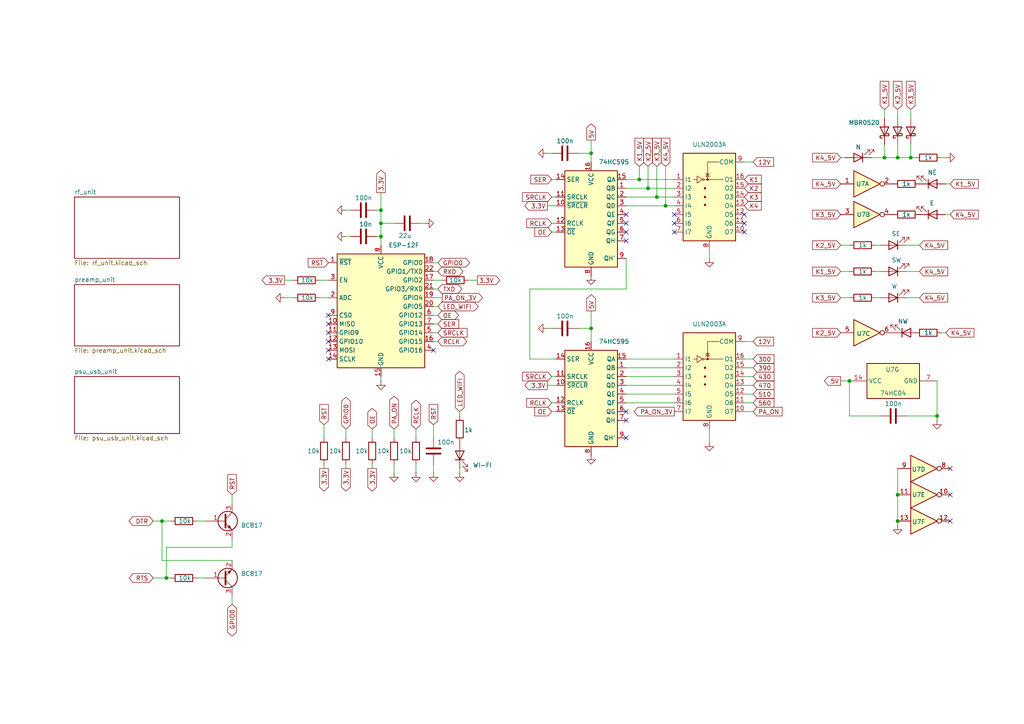
<source format=kicad_sch>
(kicad_sch (version 20231120) (generator "eeschema") (generator_version "8.0")
  (paper "A4")
  (title_block (title "K9AY switching box") (date "2025-02-05"))
  (lib_symbols
    (symbol "74xx:74HC04"
      (property "Reference" "U" (at 0 1.27 0))
      (property "Value" "74HC04" (at 0 -1.27 0))
      (symbol "74HC04_1_0"
        (polyline (pts (xy -3.81 3.81) (xy -3.81 -3.81) (xy 3.81 0) (xy -3.81 3.81)) (stroke (width 0.254)) (fill (type background)))
        (pin input line (at -7.62 0 0) (length 3.81) (name "~") (number "1"))
        (pin output inverted (at 7.62 0 180) (length 3.81) (name "~") (number "2"))
      )
      (symbol "74HC04_2_0"
        (polyline (pts (xy -3.81 3.81) (xy -3.81 -3.81) (xy 3.81 0) (xy -3.81 3.81)) (stroke (width 0.254)) (fill (type background)))
        (pin input line (at -7.62 0 0) (length 3.81) (name "~") (number "3"))
        (pin output inverted (at 7.62 0 180) (length 3.81) (name "~") (number "4"))
      )
      (symbol "74HC04_3_0"
        (polyline (pts (xy -3.81 3.81) (xy -3.81 -3.81) (xy 3.81 0) (xy -3.81 3.81)) (stroke (width 0.254)) (fill (type background)))
        (pin input line (at -7.62 0 0) (length 3.81) (name "~") (number "5"))
        (pin output inverted (at 7.62 0 180) (length 3.81) (name "~") (number "6"))
      )
      (symbol "74HC04_4_0"
        (polyline (pts (xy -3.81 3.81) (xy -3.81 -3.81) (xy 3.81 0) (xy -3.81 3.81)) (stroke (width 0.254)) (fill (type background)))
        (pin output inverted (at 7.62 0 180) (length 3.81) (name "~") (number "8"))
        (pin input line (at -7.62 0 0) (length 3.81) (name "~") (number "9"))
      )
      (symbol "74HC04_5_0"
        (polyline (pts (xy -3.81 3.81) (xy -3.81 -3.81) (xy 3.81 0) (xy -3.81 3.81)) (stroke (width 0.254)) (fill (type background)))
        (pin output inverted (at 7.62 0 180) (length 3.81) (name "~") (number "10"))
        (pin input line (at -7.62 0 0) (length 3.81) (name "~") (number "11"))
      )
      (symbol "74HC04_6_0"
        (polyline (pts (xy -3.81 3.81) (xy -3.81 -3.81) (xy 3.81 0) (xy -3.81 3.81)) (stroke (width 0.254)) (fill (type background)))
        (pin output inverted (at 7.62 0 180) (length 3.81) (name "~") (number "12"))
        (pin input line (at -7.62 0 0) (length 3.81) (name "~") (number "13"))
      )
      (symbol "74HC04_7_0"
        (pin power_in line (at 0 12.7 270) (length 5.08) (name "VCC") (number "14"))
        (pin power_in line (at 0 -12.7 90) (length 5.08) (name "GND") (number "7"))
      )
      (symbol "74HC04_7_1"
        (rectangle (start -5.08 7.62) (end 5.08 -7.62) (stroke (width 0.254)) (fill (type background)))
      )
    )
    (symbol "74xx:74HC595"
      (property "Reference" "U" (at -7.62 13.97 0))
      (property "Value" "74HC595" (at -7.62 -16.51 0))
      (symbol "74HC595_1_0"
        (pin tri_state line (at 10.16 7.62 180) (length 2.54) (name "QB") (number "1"))
        (pin input line (at -10.16 2.54 0) (length 2.54) (name "~{SRCLR}") (number "10"))
        (pin input line (at -10.16 5.08 0) (length 2.54) (name "SRCLK") (number "11"))
        (pin input line (at -10.16 -2.54 0) (length 2.54) (name "RCLK") (number "12"))
        (pin input line (at -10.16 -5.08 0) (length 2.54) (name "~{OE}") (number "13"))
        (pin input line (at -10.16 10.16 0) (length 2.54) (name "SER") (number "14"))
        (pin tri_state line (at 10.16 10.16 180) (length 2.54) (name "QA") (number "15"))
        (pin power_in line (at 0 15.24 270) (length 2.54) (name "VCC") (number "16"))
        (pin tri_state line (at 10.16 5.08 180) (length 2.54) (name "QC") (number "2"))
        (pin tri_state line (at 10.16 2.54 180) (length 2.54) (name "QD") (number "3"))
        (pin tri_state line (at 10.16 0 180) (length 2.54) (name "QE") (number "4"))
        (pin tri_state line (at 10.16 -2.54 180) (length 2.54) (name "QF") (number "5"))
        (pin tri_state line (at 10.16 -5.08 180) (length 2.54) (name "QG") (number "6"))
        (pin tri_state line (at 10.16 -7.62 180) (length 2.54) (name "QH") (number "7"))
        (pin power_in line (at 0 -17.78 90) (length 2.54) (name "GND") (number "8"))
        (pin output line (at 10.16 -12.7 180) (length 2.54) (name "QH'") (number "9"))
      )
      (symbol "74HC595_1_1"
        (rectangle (start -7.62 12.7) (end 7.62 -15.24) (stroke (width 0.254)) (fill (type background)))
      )
    )
    (symbol "Device:C" (pin_numbers hide) (pin_names (offset 0.254))
      (property "Reference" "C" (at 0.635 2.54 0))
      (property "Value" "C" (at 0.635 -2.54 0))
      (symbol "C_0_1"
        (polyline (pts (xy -2.032 -0.762) (xy 2.032 -0.762)) (stroke (width 0.508)))
        (polyline (pts (xy -2.032 0.762) (xy 2.032 0.762)) (stroke (width 0.508)))
      )
      (symbol "C_1_1"
        (pin passive line (at 0 3.81 270) (length 2.794) (name "~") (number "1"))
        (pin passive line (at 0 -3.81 90) (length 2.794) (name "~") (number "2"))
      )
    )
    (symbol "Device:LED" (pin_numbers hide) (pin_names (offset 1.016) hide)
      (property "Reference" "D" (at 0 2.54 0))
      (property "Value" "LED" (at 0 -2.54 0))
      (symbol "LED_0_1"
        (polyline (pts (xy -1.27 -1.27) (xy -1.27 1.27)) (stroke (width 0.254)))
        (polyline (pts (xy -1.27 0) (xy 1.27 0)))
        (polyline (pts (xy 1.27 -1.27) (xy 1.27 1.27) (xy -1.27 0) (xy 1.27 -1.27)) (stroke (width 0.254)))
        (polyline (pts (xy -3.048 -0.762) (xy -4.572 -2.286) (xy -3.81 -2.286) (xy -4.572 -2.286) (xy -4.572 -1.524)))
        (polyline (pts (xy -1.778 -0.762) (xy -3.302 -2.286) (xy -2.54 -2.286) (xy -3.302 -2.286) (xy -3.302 -1.524)))
      )
      (symbol "LED_1_1"
        (pin passive line (at -3.81 0 0) (length 2.54) (name "K") (number "1"))
        (pin passive line (at 3.81 0 180) (length 2.54) (name "A") (number "2"))
      )
    )
    (symbol "Device:R" (pin_numbers hide) (pin_names (offset 0))
      (property "Reference" "R" (at 2.032 0 90))
      (property "Value" "R" (at 0 0 90))
      (symbol "R_0_1"
        (rectangle (start -1.016 -2.54) (end 1.016 2.54) (stroke (width 0.254)))
      )
      (symbol "R_1_1"
        (pin passive line (at 0 3.81 270) (length 1.27) (name "~") (number "1"))
        (pin passive line (at 0 -3.81 90) (length 1.27) (name "~") (number "2"))
      )
    )
    (symbol "Diode:MBR0520" (pin_numbers hide) (pin_names (offset 1.016) hide)
      (property "Reference" "D" (at 0 2.54 0))
      (property "Value" "MBR0520" (at 0 -2.54 0))
      (symbol "MBR0520_0_1"
        (polyline (pts (xy 1.27 0) (xy -1.27 0)))
        (polyline (pts (xy 1.27 1.27) (xy 1.27 -1.27) (xy -1.27 0) (xy 1.27 1.27)) (stroke (width 0.254)))
        (polyline (pts (xy -1.905 0.635) (xy -1.905 1.27) (xy -1.27 1.27) (xy -1.27 -1.27) (xy -0.635 -1.27) (xy -0.635 -0.635)) (stroke (width 0.254)))
      )
      (symbol "MBR0520_1_1"
        (pin passive line (at -3.81 0 0) (length 2.54) (name "K") (number "1"))
        (pin passive line (at 3.81 0 180) (length 2.54) (name "A") (number "2"))
      )
    )
    (symbol "RF_Module:ESP-12F"
      (property "Reference" "U" (at -12.7 19.05 0))
      (property "Value" "ESP-12F" (at 12.7 19.05 0))
      (symbol "ESP-12F_0_1"
        (rectangle (start -12.7 17.78) (end 12.7 -15.24) (stroke (width 0.254)) (fill (type background)))
      )
      (symbol "ESP-12F_1_1"
        (pin input line (at -15.24 15.24 0) (length 2.54) (name "~{RST}") (number "1"))
        (pin bidirectional line (at -15.24 -2.54 0) (length 2.54) (name "MISO") (number "10"))
        (pin bidirectional line (at -15.24 -5.08 0) (length 2.54) (name "GPIO9") (number "11"))
        (pin bidirectional line (at -15.24 -7.62 0) (length 2.54) (name "GPIO10") (number "12"))
        (pin bidirectional line (at -15.24 -10.16 0) (length 2.54) (name "MOSI") (number "13"))
        (pin bidirectional line (at -15.24 -12.7 0) (length 2.54) (name "SCLK") (number "14"))
        (pin power_in line (at 0 -17.78 90) (length 2.54) (name "GND") (number "15"))
        (pin bidirectional line (at 15.24 -7.62 180) (length 2.54) (name "GPIO15") (number "16"))
        (pin bidirectional line (at 15.24 10.16 180) (length 2.54) (name "GPIO2") (number "17"))
        (pin bidirectional line (at 15.24 15.24 180) (length 2.54) (name "GPIO0") (number "18"))
        (pin bidirectional line (at 15.24 5.08 180) (length 2.54) (name "GPIO4") (number "19"))
        (pin input line (at -15.24 5.08 0) (length 2.54) (name "ADC") (number "2"))
        (pin bidirectional line (at 15.24 2.54 180) (length 2.54) (name "GPIO5") (number "20"))
        (pin bidirectional line (at 15.24 7.62 180) (length 2.54) (name "GPIO3/RXD") (number "21"))
        (pin bidirectional line (at 15.24 12.7 180) (length 2.54) (name "GPIO1/TXD") (number "22"))
        (pin input line (at -15.24 10.16 0) (length 2.54) (name "EN") (number "3"))
        (pin bidirectional line (at 15.24 -10.16 180) (length 2.54) (name "GPIO16") (number "4"))
        (pin bidirectional line (at 15.24 -5.08 180) (length 2.54) (name "GPIO14") (number "5"))
        (pin bidirectional line (at 15.24 0 180) (length 2.54) (name "GPIO12") (number "6"))
        (pin bidirectional line (at 15.24 -2.54 180) (length 2.54) (name "GPIO13") (number "7"))
        (pin power_in line (at 0 20.32 270) (length 2.54) (name "VCC") (number "8"))
        (pin input line (at -15.24 0 0) (length 2.54) (name "CS0") (number "9"))
      )
    )
    (symbol "Transistor_Array:ULN2003A"
      (property "Reference" "U" (at 0 15.875 0))
      (property "Value" "ULN2003A" (at 0 13.97 0))
      (symbol "ULN2003A_0_1"
        (rectangle (start -7.62 -12.7) (end 7.62 12.7) (stroke (width 0.254)) (fill (type background)))
        (circle (center -1.778 5.08) (radius 0.254))
        (circle (center -1.27 -2.286) (radius 0.254) (fill (type outline)))
        (circle (center -1.27 0) (radius 0.254) (fill (type outline)))
        (circle (center -1.27 2.54) (radius 0.254) (fill (type outline)))
        (circle (center -0.508 5.08) (radius 0.254) (fill (type outline)))
        (polyline (pts (xy -4.572 5.08) (xy -3.556 5.08)))
        (polyline (pts (xy -1.524 5.08) (xy 4.064 5.08)))
        (polyline (pts (xy 0 6.731) (xy -1.016 6.731)))
        (polyline (pts (xy -0.508 5.08) (xy -0.508 10.16) (xy 2.921 10.16)))
        (polyline (pts (xy -3.556 6.096) (xy -3.556 4.064) (xy -2.032 5.08) (xy -3.556 6.096)))
        (polyline (pts (xy 0 5.969) (xy -1.016 5.969) (xy -0.508 6.731) (xy 0 5.969)))
      )
      (symbol "ULN2003A_1_1"
        (pin input line (at -10.16 5.08 0) (length 2.54) (name "I1") (number "1"))
        (pin open_collector line (at 10.16 -10.16 180) (length 2.54) (name "O7") (number "10"))
        (pin open_collector line (at 10.16 -7.62 180) (length 2.54) (name "O6") (number "11"))
        (pin open_collector line (at 10.16 -5.08 180) (length 2.54) (name "O5") (number "12"))
        (pin open_collector line (at 10.16 -2.54 180) (length 2.54) (name "O4") (number "13"))
        (pin open_collector line (at 10.16 0 180) (length 2.54) (name "O3") (number "14"))
        (pin open_collector line (at 10.16 2.54 180) (length 2.54) (name "O2") (number "15"))
        (pin open_collector line (at 10.16 5.08 180) (length 2.54) (name "O1") (number "16"))
        (pin input line (at -10.16 2.54 0) (length 2.54) (name "I2") (number "2"))
        (pin input line (at -10.16 0 0) (length 2.54) (name "I3") (number "3"))
        (pin input line (at -10.16 -2.54 0) (length 2.54) (name "I4") (number "4"))
        (pin input line (at -10.16 -5.08 0) (length 2.54) (name "I5") (number "5"))
        (pin input line (at -10.16 -7.62 0) (length 2.54) (name "I6") (number "6"))
        (pin input line (at -10.16 -10.16 0) (length 2.54) (name "I7") (number "7"))
        (pin power_in line (at 0 -15.24 90) (length 2.54) (name "GND") (number "8"))
        (pin passive line (at 10.16 10.16 180) (length 2.54) (name "COM") (number "9"))
      )
    )
    (symbol "Transistor_BJT:BC817" (pin_names (offset 0) hide)
      (property "Reference" "Q" (at 5.08 1.905 0))
      (property "Value" "BC817" (at 5.08 0 0))
      (symbol "BC817_0_1"
        (polyline (pts (xy 0.635 0.635) (xy 2.54 2.54)))
        (polyline (pts (xy 0.635 -0.635) (xy 2.54 -2.54) (xy 2.54 -2.54)))
        (polyline (pts (xy 0.635 1.905) (xy 0.635 -1.905) (xy 0.635 -1.905)) (stroke (width 0.508)))
        (polyline (pts (xy 1.27 -1.778) (xy 1.778 -1.27) (xy 2.286 -2.286) (xy 1.27 -1.778) (xy 1.27 -1.778)) (fill (type outline)))
        (circle (center 1.27 0) (radius 2.8194) (stroke (width 0.254)))
      )
      (symbol "BC817_1_1"
        (pin input line (at -5.08 0 0) (length 5.715) (name "B") (number "1"))
        (pin passive line (at 2.54 -5.08 90) (length 2.54) (name "E") (number "2"))
        (pin passive line (at 2.54 5.08 270) (length 2.54) (name "C") (number "3"))
      )
    )
    (symbol "power:GND" (power) (pin_numbers hide) (pin_names (offset 0) hide)
      (property "Value" "GND" (at 0 -3.81 0))
      (symbol "GND_0_1"
        (polyline (pts (xy 0 0) (xy 0 -1.27) (xy 1.27 -1.27) (xy 0 -2.54) (xy -1.27 -1.27) (xy 0 -1.27)))
      )
      (symbol "GND_1_1"
        (pin power_in line (at 0 0 270) (length 0) (name "~") (number "1"))
      )
    )
  )
  (junction (at 185.42 52.07))
  (junction (at 260.35 151.13))
  (junction (at 46.99 151.13))
  (junction (at 190.5 57.15))
  (junction (at 187.96 54.61))
  (junction (at 271.78 120.65))
  (junction (at 110.49 60.96))
  (junction (at 110.49 68.58))
  (junction (at 193.04 59.69))
  (junction (at 260.35 143.51))
  (junction (at 246.38 110.49))
  (junction (at 48.26 167.64))
  (junction (at 264.16 45.72))
  (junction (at 110.49 64.77))
  (junction (at 256.54 45.72))
  (junction (at 260.35 45.72))
  (junction (at 171.45 44.45))
  (junction (at 171.45 95.25))
  (no_connect (at 95.25 101.6))
  (no_connect (at 195.58 64.77))
  (no_connect (at 215.9 67.31))
  (no_connect (at 95.25 93.98))
  (no_connect (at 195.58 62.23))
  (no_connect (at 181.61 62.23))
  (no_connect (at 95.25 96.52))
  (no_connect (at 181.61 64.77))
  (no_connect (at 195.58 67.31))
  (no_connect (at 275.59 143.51))
  (no_connect (at 181.61 69.85))
  (no_connect (at 275.59 151.13))
  (no_connect (at 215.9 62.23))
  (no_connect (at 181.61 121.92))
  (no_connect (at 95.25 91.44))
  (no_connect (at 215.9 64.77))
  (no_connect (at 275.59 135.89))
  (no_connect (at 95.25 104.14))
  (no_connect (at 181.61 67.31))
  (no_connect (at 95.25 99.06))
  (no_connect (at 181.61 119.38))
  (no_connect (at 125.73 101.6))
  (no_connect (at 181.61 127))
  (wire (pts (xy 273.05 96.52) (xy 274.32 96.52)))
  (wire (pts (xy 125.73 86.36) (xy 128.27 86.36)))
  (wire (pts (xy 110.49 60.96) (xy 110.49 64.77)))
  (wire (pts (xy 181.61 106.68) (xy 195.58 106.68)))
  (wire (pts (xy 181.61 116.84) (xy 195.58 116.84)))
  (wire (pts (xy 243.84 78.74) (xy 246.38 78.74)))
  (wire (pts (xy 153.67 104.14) (xy 153.67 83.82)))
  (wire (pts (xy 260.35 152.4) (xy 260.35 151.13)))
  (wire (pts (xy 67.31 158.75) (xy 67.31 156.21)))
  (wire (pts (xy 215.9 46.99) (xy 218.44 46.99)))
  (wire (pts (xy 243.84 45.72) (xy 245.11 45.72)))
  (wire (pts (xy 160.02 119.38) (xy 161.29 119.38)))
  (wire (pts (xy 190.5 48.26) (xy 190.5 57.15)))
  (wire (pts (xy 44.45 167.64) (xy 48.26 167.64)))
  (wire (pts (xy 254 86.36) (xy 255.27 86.36)))
  (wire (pts (xy 181.61 109.22) (xy 195.58 109.22)))
  (wire (pts (xy 125.73 96.52) (xy 127 96.52)))
  (wire (pts (xy 181.61 111.76) (xy 195.58 111.76)))
  (wire (pts (xy 215.9 116.84) (xy 218.44 116.84)))
  (wire (pts (xy 153.67 83.82) (xy 181.61 83.82)))
  (wire (pts (xy 100.33 124.46) (xy 100.33 127)))
  (wire (pts (xy 274.32 53.34) (xy 275.59 53.34)))
  (wire (pts (xy 256.54 31.75) (xy 256.54 34.29)))
  (wire (pts (xy 67.31 162.56) (xy 46.99 162.56)))
  (wire (pts (xy 133.35 135.89) (xy 133.35 137.16)))
  (wire (pts (xy 160.02 116.84) (xy 161.29 116.84)))
  (wire (pts (xy 93.98 134.62) (xy 93.98 135.89)))
  (wire (pts (xy 260.35 31.75) (xy 260.35 34.29)))
  (wire (pts (xy 160.02 67.31) (xy 161.29 67.31)))
  (wire (pts (xy 260.35 45.72) (xy 256.54 45.72)))
  (wire (pts (xy 48.26 167.64) (xy 49.53 167.64)))
  (wire (pts (xy 125.73 78.74) (xy 127 78.74)))
  (wire (pts (xy 274.32 62.23) (xy 275.59 62.23)))
  (wire (pts (xy 125.73 134.62) (xy 125.73 137.16)))
  (wire (pts (xy 125.73 88.9) (xy 127 88.9)))
  (wire (pts (xy 264.16 45.72) (xy 265.43 45.72)))
  (wire (pts (xy 190.5 57.15) (xy 195.58 57.15)))
  (wire (pts (xy 125.73 81.28) (xy 128.27 81.28)))
  (wire (pts (xy 46.99 151.13) (xy 49.53 151.13)))
  (wire (pts (xy 260.35 143.51) (xy 260.35 151.13)))
  (wire (pts (xy 109.22 60.96) (xy 110.49 60.96)))
  (wire (pts (xy 125.73 123.19) (xy 125.73 127)))
  (wire (pts (xy 125.73 91.44) (xy 127 91.44)))
  (wire (pts (xy 171.45 40.64) (xy 171.45 44.45)))
  (wire (pts (xy 107.95 134.62) (xy 107.95 135.89)))
  (wire (pts (xy 44.45 151.13) (xy 46.99 151.13)))
  (wire (pts (xy 243.84 86.36) (xy 246.38 86.36)))
  (wire (pts (xy 125.73 83.82) (xy 127 83.82)))
  (wire (pts (xy 127 99.06) (xy 125.73 99.06)))
  (wire (pts (xy 158.75 59.69) (xy 161.29 59.69)))
  (wire (pts (xy 181.61 104.14) (xy 195.58 104.14)))
  (wire (pts (xy 264.16 41.91) (xy 264.16 45.72)))
  (wire (pts (xy 181.61 59.69) (xy 193.04 59.69)))
  (wire (pts (xy 262.89 71.12) (xy 266.7 71.12)))
  (wire (pts (xy 271.78 110.49) (xy 271.78 120.65)))
  (wire (pts (xy 181.61 83.82) (xy 181.61 74.93)))
  (wire (pts (xy 193.04 59.69) (xy 195.58 59.69)))
  (wire (pts (xy 256.54 45.72) (xy 256.54 41.91)))
  (wire (pts (xy 67.31 143.51) (xy 67.31 146.05)))
  (wire (pts (xy 215.9 119.38) (xy 218.44 119.38)))
  (wire (pts (xy 110.49 109.22) (xy 110.49 110.49)))
  (wire (pts (xy 171.45 95.25) (xy 171.45 99.06)))
  (wire (pts (xy 100.33 60.96) (xy 101.6 60.96)))
  (wire (pts (xy 181.61 52.07) (xy 185.42 52.07)))
  (wire (pts (xy 160.02 57.15) (xy 161.29 57.15)))
  (wire (pts (xy 187.96 48.26) (xy 187.96 54.61)))
  (wire (pts (xy 167.64 44.45) (xy 171.45 44.45)))
  (wire (pts (xy 205.74 72.39) (xy 205.74 74.93)))
  (wire (pts (xy 160.02 109.22) (xy 161.29 109.22)))
  (wire (pts (xy 215.9 111.76) (xy 218.44 111.76)))
  (wire (pts (xy 271.78 120.65) (xy 271.78 121.92)))
  (wire (pts (xy 48.26 158.75) (xy 48.26 167.64)))
  (wire (pts (xy 109.22 68.58) (xy 110.49 68.58)))
  (wire (pts (xy 110.49 64.77) (xy 110.49 68.58)))
  (wire (pts (xy 171.45 44.45) (xy 171.45 46.99)))
  (wire (pts (xy 158.75 44.45) (xy 160.02 44.45)))
  (wire (pts (xy 246.38 120.65) (xy 255.27 120.65)))
  (wire (pts (xy 110.49 55.88) (xy 110.49 60.96)))
  (wire (pts (xy 215.9 99.06) (xy 218.44 99.06)))
  (wire (pts (xy 243.84 71.12) (xy 246.38 71.12)))
  (wire (pts (xy 264.16 45.72) (xy 260.35 45.72)))
  (wire (pts (xy 100.33 68.58) (xy 101.6 68.58)))
  (wire (pts (xy 160.02 64.77) (xy 161.29 64.77)))
  (wire (pts (xy 161.29 104.14) (xy 153.67 104.14)))
  (wire (pts (xy 167.64 95.25) (xy 171.45 95.25)))
  (wire (pts (xy 114.3 134.62) (xy 114.3 137.16)))
  (wire (pts (xy 243.84 110.49) (xy 246.38 110.49)))
  (wire (pts (xy 254 71.12) (xy 255.27 71.12)))
  (wire (pts (xy 114.3 124.46) (xy 114.3 127)))
  (wire (pts (xy 110.49 68.58) (xy 110.49 71.12)))
  (wire (pts (xy 252.73 45.72) (xy 256.54 45.72)))
  (wire (pts (xy 215.9 114.3) (xy 218.44 114.3)))
  (wire (pts (xy 260.35 135.89) (xy 260.35 143.51)))
  (wire (pts (xy 262.89 78.74) (xy 266.7 78.74)))
  (wire (pts (xy 92.71 81.28) (xy 95.25 81.28)))
  (wire (pts (xy 181.61 57.15) (xy 190.5 57.15)))
  (wire (pts (xy 205.74 124.46) (xy 205.74 128.27)))
  (wire (pts (xy 193.04 48.26) (xy 193.04 59.69)))
  (wire (pts (xy 133.35 119.38) (xy 133.35 120.65)))
  (wire (pts (xy 120.65 124.46) (xy 120.65 127)))
  (wire (pts (xy 262.89 86.36) (xy 266.7 86.36)))
  (wire (pts (xy 57.15 167.64) (xy 59.69 167.64)))
  (wire (pts (xy 100.33 134.62) (xy 100.33 135.89)))
  (wire (pts (xy 93.98 123.19) (xy 93.98 127)))
  (wire (pts (xy 215.9 104.14) (xy 218.44 104.14)))
  (wire (pts (xy 158.75 95.25) (xy 160.02 95.25)))
  (wire (pts (xy 120.65 134.62) (xy 120.65 137.16)))
  (wire (pts (xy 271.78 120.65) (xy 262.89 120.65)))
  (wire (pts (xy 160.02 52.07) (xy 161.29 52.07)))
  (wire (pts (xy 82.55 81.28) (xy 85.09 81.28)))
  (wire (pts (xy 123.19 64.77) (xy 121.92 64.77)))
  (wire (pts (xy 171.45 90.17) (xy 171.45 95.25)))
  (wire (pts (xy 181.61 114.3) (xy 195.58 114.3)))
  (wire (pts (xy 215.9 106.68) (xy 218.44 106.68)))
  (wire (pts (xy 135.89 81.28) (xy 138.43 81.28)))
  (wire (pts (xy 125.73 93.98) (xy 127 93.98)))
  (wire (pts (xy 185.42 48.26) (xy 185.42 52.07)))
  (wire (pts (xy 266.7 96.52) (xy 265.43 96.52)))
  (wire (pts (xy 46.99 162.56) (xy 46.99 151.13)))
  (wire (pts (xy 185.42 52.07) (xy 195.58 52.07)))
  (wire (pts (xy 254 78.74) (xy 255.27 78.74)))
  (wire (pts (xy 273.05 45.72) (xy 274.32 45.72)))
  (wire (pts (xy 158.75 111.76) (xy 161.29 111.76)))
  (wire (pts (xy 127 76.2) (xy 125.73 76.2)))
  (wire (pts (xy 57.15 151.13) (xy 59.69 151.13)))
  (wire (pts (xy 187.96 54.61) (xy 195.58 54.61)))
  (wire (pts (xy 92.71 86.36) (xy 95.25 86.36)))
  (wire (pts (xy 82.55 86.36) (xy 85.09 86.36)))
  (wire (pts (xy 215.9 109.22) (xy 218.44 109.22)))
  (wire (pts (xy 67.31 172.72) (xy 67.31 175.26)))
  (wire (pts (xy 107.95 124.46) (xy 107.95 127)))
  (wire (pts (xy 260.35 41.91) (xy 260.35 45.72)))
  (wire (pts (xy 181.61 54.61) (xy 187.96 54.61)))
  (wire (pts (xy 264.16 31.75) (xy 264.16 34.29)))
  (wire (pts (xy 67.31 158.75) (xy 48.26 158.75)))
  (wire (pts (xy 110.49 64.77) (xy 114.3 64.77)))
  (wire (pts (xy 246.38 110.49) (xy 246.38 120.65)))
  (global_label "OE" (shape bidirectional) (at 107.95 124.46 90) (property "Intersheetrefs" "${INTERSHEET_REFS}" (effects (hide yes))))
  (global_label "5V" (shape output) (at 171.45 90.17 90) (property "Intersheetrefs" "${INTERSHEET_REFS}" (effects (hide yes))))
  (global_label "RST" (shape input) (at 125.73 123.19 90) (property "Intersheetrefs" "${INTERSHEET_REFS}" (effects (hide yes))))
  (global_label "RTS" (shape bidirectional) (at 44.45 167.64 180) (property "Intersheetrefs" "${INTERSHEET_REFS}" (effects (hide yes))))
  (global_label "560" (shape input) (at 218.44 116.84 0) (property "Intersheetrefs" "${INTERSHEET_REFS}" (effects (hide yes))))
  (global_label "390" (shape input) (at 218.44 106.68 0) (property "Intersheetrefs" "${INTERSHEET_REFS}" (effects (hide yes))))
  (global_label "SRCLK" (shape input) (at 160.02 109.22 180) (property "Intersheetrefs" "${INTERSHEET_REFS}" (effects (hide yes))))
  (global_label "K3_5V" (shape input) (at 243.84 86.36 180) (property "Intersheetrefs" "${INTERSHEET_REFS}" (effects (hide yes))))
  (global_label "K4_5V" (shape input) (at 266.7 86.36 0) (property "Intersheetrefs" "${INTERSHEET_REFS}" (effects (hide yes))))
  (global_label "LED_WIFI" (shape bidirectional) (at 127 88.9 0) (property "Intersheetrefs" "${INTERSHEET_REFS}" (effects (hide yes))))
  (global_label "K2_5V" (shape input) (at 187.96 48.26 90) (property "Intersheetrefs" "${INTERSHEET_REFS}" (effects (hide yes))))
  (global_label "RCLK" (shape bidirectional) (at 127 99.06 0) (property "Intersheetrefs" "${INTERSHEET_REFS}" (effects (hide yes))))
  (global_label "GPIO0" (shape bidirectional) (at 67.31 175.26 270) (property "Intersheetrefs" "${INTERSHEET_REFS}" (effects (hide yes))))
  (global_label "K4_5V" (shape input) (at 193.04 48.26 90) (property "Intersheetrefs" "${INTERSHEET_REFS}" (effects (hide yes))))
  (global_label "K1" (shape input) (at 215.9 52.07 0) (property "Intersheetrefs" "${INTERSHEET_REFS}" (effects (hide yes))))
  (global_label "PA_ON_3V" (shape output) (at 195.58 119.38 180) (property "Intersheetrefs" "${INTERSHEET_REFS}" (effects (hide yes))))
  (global_label "GPIO0" (shape bidirectional) (at 127 76.2 0) (property "Intersheetrefs" "${INTERSHEET_REFS}" (effects (hide yes))))
  (global_label "GPIO0" (shape bidirectional) (at 100.33 124.46 90) (property "Intersheetrefs" "${INTERSHEET_REFS}" (effects (hide yes))))
  (global_label "SER" (shape input) (at 160.02 52.07 180) (property "Intersheetrefs" "${INTERSHEET_REFS}" (effects (hide yes))))
  (global_label "PA_ON" (shape input) (at 218.44 119.38 0) (property "Intersheetrefs" "${INTERSHEET_REFS}" (effects (hide yes))))
  (global_label "K3_5V" (shape input) (at 243.84 62.23 180) (property "Intersheetrefs" "${INTERSHEET_REFS}" (effects (hide yes))))
  (global_label "3.3V" (shape output) (at 138.43 81.28 0) (property "Intersheetrefs" "${INTERSHEET_REFS}" (effects (hide yes))))
  (global_label "12V" (shape input) (at 218.44 99.06 0) (property "Intersheetrefs" "${INTERSHEET_REFS}" (effects (hide yes))))
  (global_label "K4_5V" (shape input) (at 274.32 96.52 0) (property "Intersheetrefs" "${INTERSHEET_REFS}" (effects (hide yes))))
  (global_label "12V" (shape input) (at 218.44 46.99 0) (property "Intersheetrefs" "${INTERSHEET_REFS}" (effects (hide yes))))
  (global_label "OE" (shape input) (at 160.02 67.31 180) (property "Intersheetrefs" "${INTERSHEET_REFS}" (effects (hide yes))))
  (global_label "K1_5V" (shape input) (at 243.84 78.74 180) (property "Intersheetrefs" "${INTERSHEET_REFS}" (effects (hide yes))))
  (global_label "PA_ON_3V" (shape output) (at 128.27 86.36 0) (property "Intersheetrefs" "${INTERSHEET_REFS}" (effects (hide yes))))
  (global_label "K1_5V" (shape input) (at 256.54 31.75 90) (property "Intersheetrefs" "${INTERSHEET_REFS}" (effects (hide yes))))
  (global_label "510" (shape input) (at 218.44 114.3 0) (property "Intersheetrefs" "${INTERSHEET_REFS}" (effects (hide yes))))
  (global_label "K3_5V" (shape input) (at 190.5 48.26 90) (property "Intersheetrefs" "${INTERSHEET_REFS}" (effects (hide yes))))
  (global_label "3.3V" (shape output) (at 110.49 55.88 90) (property "Intersheetrefs" "${INTERSHEET_REFS}" (effects (hide yes))))
  (global_label "3.3V" (shape output) (at 82.55 81.28 180) (property "Intersheetrefs" "${INTERSHEET_REFS}" (effects (hide yes))))
  (global_label "5V" (shape output) (at 243.84 110.49 180) (property "Intersheetrefs" "${INTERSHEET_REFS}" (effects (hide yes))))
  (global_label "K1_5V" (shape input) (at 275.59 53.34 0) (property "Intersheetrefs" "${INTERSHEET_REFS}" (effects (hide yes))))
  (global_label "RST" (shape input) (at 67.31 143.51 90) (property "Intersheetrefs" "${INTERSHEET_REFS}" (effects (hide yes))))
  (global_label "K4_5V" (shape input) (at 266.7 78.74 0) (property "Intersheetrefs" "${INTERSHEET_REFS}" (effects (hide yes))))
  (global_label "470" (shape input) (at 218.44 111.76 0) (property "Intersheetrefs" "${INTERSHEET_REFS}" (effects (hide yes))))
  (global_label "K3_5V" (shape input) (at 264.16 31.75 90) (property "Intersheetrefs" "${INTERSHEET_REFS}" (effects (hide yes))))
  (global_label "K4_5V" (shape input) (at 243.84 53.34 180) (property "Intersheetrefs" "${INTERSHEET_REFS}" (effects (hide yes))))
  (global_label "3.3V" (shape output) (at 100.33 135.89 270) (property "Intersheetrefs" "${INTERSHEET_REFS}" (effects (hide yes))))
  (global_label "K4_5V" (shape input) (at 266.7 71.12 0) (property "Intersheetrefs" "${INTERSHEET_REFS}" (effects (hide yes))))
  (global_label "K2_5V" (shape input) (at 260.35 31.75 90) (property "Intersheetrefs" "${INTERSHEET_REFS}" (effects (hide yes))))
  (global_label "SRCLK" (shape input) (at 127 96.52 0) (property "Intersheetrefs" "${INTERSHEET_REFS}" (effects (hide yes))))
  (global_label "DTR" (shape bidirectional) (at 44.45 151.13 180) (property "Intersheetrefs" "${INTERSHEET_REFS}" (effects (hide yes))))
  (global_label "OE" (shape bidirectional) (at 127 91.44 0) (property "Intersheetrefs" "${INTERSHEET_REFS}" (effects (hide yes))))
  (global_label "PA_ON" (shape bidirectional) (at 114.3 124.46 90) (property "Intersheetrefs" "${INTERSHEET_REFS}" (effects (hide yes))))
  (global_label "K3" (shape input) (at 215.9 57.15 0) (property "Intersheetrefs" "${INTERSHEET_REFS}" (effects (hide yes))))
  (global_label "3.3V" (shape output) (at 93.98 135.89 270) (property "Intersheetrefs" "${INTERSHEET_REFS}" (effects (hide yes))))
  (global_label "K4_5V" (shape input) (at 275.59 62.23 0) (property "Intersheetrefs" "${INTERSHEET_REFS}" (effects (hide yes))))
  (global_label "K1_5V" (shape input) (at 185.42 48.26 90) (property "Intersheetrefs" "${INTERSHEET_REFS}" (effects (hide yes))))
  (global_label "430" (shape input) (at 218.44 109.22 0) (property "Intersheetrefs" "${INTERSHEET_REFS}" (effects (hide yes))))
  (global_label "K2_5V" (shape input) (at 243.84 71.12 180) (property "Intersheetrefs" "${INTERSHEET_REFS}" (effects (hide yes))))
  (global_label "SRCLK" (shape input) (at 160.02 57.15 180) (property "Intersheetrefs" "${INTERSHEET_REFS}" (effects (hide yes))))
  (global_label "K4" (shape input) (at 215.9 59.69 0) (property "Intersheetrefs" "${INTERSHEET_REFS}" (effects (hide yes))))
  (global_label "SER" (shape input) (at 127 93.98 0) (property "Intersheetrefs" "${INTERSHEET_REFS}" (effects (hide yes))))
  (global_label "3.3V" (shape output) (at 158.75 111.76 180) (property "Intersheetrefs" "${INTERSHEET_REFS}" (effects (hide yes))))
  (global_label "LED_WIFI" (shape bidirectional) (at 133.35 119.38 90) (property "Intersheetrefs" "${INTERSHEET_REFS}" (effects (hide yes))))
  (global_label "RXD" (shape bidirectional) (at 127 78.74 0) (property "Intersheetrefs" "${INTERSHEET_REFS}" (effects (hide yes))))
  (global_label "RCLK" (shape input) (at 160.02 64.77 180) (property "Intersheetrefs" "${INTERSHEET_REFS}" (effects (hide yes))))
  (global_label "K2" (shape input) (at 215.9 54.61 0) (property "Intersheetrefs" "${INTERSHEET_REFS}" (effects (hide yes))))
  (global_label "3.3V" (shape output) (at 158.75 59.69 180) (property "Intersheetrefs" "${INTERSHEET_REFS}" (effects (hide yes))))
  (global_label "3.3V" (shape output) (at 107.95 135.89 270) (property "Intersheetrefs" "${INTERSHEET_REFS}" (effects (hide yes))))
  (global_label "5V" (shape output) (at 171.45 40.64 90) (property "Intersheetrefs" "${INTERSHEET_REFS}" (effects (hide yes))))
  (global_label "TXD" (shape bidirectional) (at 127 83.82 0) (property "Intersheetrefs" "${INTERSHEET_REFS}" (effects (hide yes))))
  (global_label "RST" (shape input) (at 95.25 76.2 180) (property "Intersheetrefs" "${INTERSHEET_REFS}" (effects (hide yes))))
  (global_label "RCLK" (shape bidirectional) (at 120.65 124.46 90) (property "Intersheetrefs" "${INTERSHEET_REFS}" (effects (hide yes))))
  (global_label "300" (shape input) (at 218.44 104.14 0) (property "Intersheetrefs" "${INTERSHEET_REFS}" (effects (hide yes))))
  (global_label "OE" (shape input) (at 160.02 119.38 180) (property "Intersheetrefs" "${INTERSHEET_REFS}" (effects (hide yes))))
  (global_label "K2_5V" (shape input) (at 243.84 96.52 180) (property "Intersheetrefs" "${INTERSHEET_REFS}" (effects (hide yes))))
  (global_label "K4_5V" (shape input) (at 243.84 45.72 180) (property "Intersheetrefs" "${INTERSHEET_REFS}" (effects (hide yes))))
  (global_label "RCLK" (shape input) (at 160.02 116.84 180) (property "Intersheetrefs" "${INTERSHEET_REFS}" (effects (hide yes))))
  (global_label "RST" (shape input) (at 93.98 123.19 90) (property "Intersheetrefs" "${INTERSHEET_REFS}" (effects (hide yes))))
  (symbol (lib_id "power:GND") (at 100.33 60.96 270) (unit 1)
    (property "Reference" "#PWR019" (effects (hide yes)))
    (property "Value" "GND" (effects (hide yes)))
    (property "Description" "Power symbol creates a global label with name \"GND\" , ground" (effects (hide yes)))
  )
  (symbol (lib_id "power:GND") (at 110.49 110.49 0) (unit 1)
    (property "Reference" "#PWR01" (effects (hide yes)))
    (property "Value" "GND" (effects (hide yes)))
    (property "Description" "Power symbol creates a global label with name \"GND\" , ground" (effects (hide yes)))
  )
  (symbol (lib_id "Device:C") (at 118.11 64.77 270) (unit 1)
    (property "Reference" "C15" (effects (hide yes)))
    (property "Value" "22u" (at 115.57 68.326 90) (effects (justify left)))
    (property "Footprint" "Capacitor_SMD:C_1206_3216Metric" (effects (hide yes)))
    (property "Description" "Unpolarized capacitor" (effects (hide yes)))
  )
  (symbol (lib_id "Device:LED") (at 262.89 96.52 0) (mirror x) (unit 1)
    (property "Reference" "D14" (effects (hide yes)))
    (property "Value" "NW" (at 263.398 93.218 0) (effects (justify right)))
    (property "Footprint" "LED_SMD:LED_1206_3216Metric" (effects (hide yes)))
    (property "Description" "Light emitting diode" (effects (hide yes)))
  )
  (symbol (lib_id "Device:R") (at 250.19 78.74 270) (unit 1)
    (property "Reference" "R26" (effects (hide yes)))
    (property "Value" "1k" (at 250.19 78.74 90))
    (property "Footprint" "Resistor_SMD:R_1206_3216Metric" (effects (hide yes)))
    (property "Description" "Resistor" (effects (hide yes)))
  )
  (symbol (lib_id "Transistor_BJT:BC817") (at 64.77 151.13 0) (unit 1)
    (property "Reference" "Q2" (effects (hide yes)))
    (property "Value" "BC817" (at 69.85 152.3999 0) (effects (justify left)))
    (property "Footprint" "Package_TO_SOT_SMD:SOT-23" (effects (hide yes)))
    (property "Datasheet" "https://www.onsemi.com/pub/Collateral/BC818-D.pdf" (effects (hide yes)))
    (property "Description" "0.8A Ic, 45V Vce, NPN Transistor, SOT-23" (effects (hide yes)))
  )
  (symbol (lib_id "power:GND") (at 123.19 64.77 90) (unit 1)
    (property "Reference" "#PWR020" (effects (hide yes)))
    (property "Value" "GND" (effects (hide yes)))
    (property "Description" "Power symbol creates a global label with name \"GND\" , ground" (effects (hide yes)))
  )
  (symbol (lib_id "power:GND") (at 100.33 68.58 270) (unit 1)
    (property "Reference" "#PWR018" (effects (hide yes)))
    (property "Value" "GND" (effects (hide yes)))
    (property "Description" "Power symbol creates a global label with name \"GND\" , ground" (effects (hide yes)))
  )
  (symbol (lib_id "Diode:MBR0520") (at 260.35 38.1 90) (unit 1)
    (property "Reference" "D7" (effects (hide yes)))
    (property "Value" "MBR0520" (effects (hide yes)))
    (property "Footprint" "Diode_SMD:D_SOD-123" (effects (hide yes)))
    (property "Datasheet" "http://www.mccsemi.com/up_pdf/MBR0520~MBR0580(SOD123).pdf" (effects (hide yes)))
    (property "Description" "20V 0.5A Schottky Power Rectifier Diode, SOD-123" (effects (hide yes)))
  )
  (symbol (lib_id "RF_Module:ESP-12F") (at 110.49 91.44 0) (unit 1)
    (property "Reference" "U1" (effects (hide yes)))
    (property "Value" "ESP-12F" (at 112.6841 71.12 0) (effects (justify left)))
    (property "Footprint" "RF_Module:ESP-12E" (effects (hide yes)))
    (property "Datasheet" "http://wiki.ai-thinker.com/_media/esp8266/esp8266_series_modules_user_manual_v1.1.pdf" (effects (hide yes)))
    (property "Description" "802.11 b/g/n Wi-Fi Module" (effects (hide yes)))
  )
  (symbol (lib_id "Device:R") (at 107.95 130.81 0) (unit 1)
    (property "Reference" "R20" (effects (hide yes)))
    (property "Value" "10k" (at 104.902 130.81 0))
    (property "Footprint" "Resistor_SMD:R_1206_3216Metric" (effects (hide yes)))
    (property "Description" "Resistor" (effects (hide yes)))
  )
  (symbol (lib_id "Device:R") (at 93.98 130.81 0) (unit 1)
    (property "Reference" "R14" (effects (hide yes)))
    (property "Value" "10k" (at 90.932 130.81 0))
    (property "Footprint" "Resistor_SMD:R_1206_3216Metric" (effects (hide yes)))
    (property "Description" "Resistor" (effects (hide yes)))
  )
  (symbol (lib_id "74xx:74HC04") (at 251.46 96.52 0) (unit 3)
    (property "Reference" "U7" (at 250.444 96.774 0))
    (property "Value" "74HC04" (effects (hide yes)))
    (property "Footprint" "Package_SO:SOIC-14_3.9x8.7mm_P1.27mm" (effects (hide yes)))
    (property "Datasheet" "https://assets.nexperia.com/documents/data-sheet/74HC_HCT04.pdf" (effects (hide yes)))
    (property "Description" "Hex Inverter" (effects (hide yes)))
  )
  (symbol (lib_id "power:GND") (at 171.45 80.01 0) (unit 1)
    (property "Reference" "#PWR027" (effects (hide yes)))
    (property "Value" "GND" (effects (hide yes)))
    (property "Description" "Power symbol creates a global label with name \"GND\" , ground" (effects (hide yes)))
  )
  (symbol (lib_id "power:GND") (at 82.55 86.36 270) (unit 1)
    (property "Reference" "#PWR021" (effects (hide yes)))
    (property "Value" "GND" (effects (hide yes)))
    (property "Description" "Power symbol creates a global label with name \"GND\" , ground" (effects (hide yes)))
  )
  (symbol (lib_id "Device:R") (at 250.19 86.36 270) (unit 1)
    (property "Reference" "R27" (effects (hide yes)))
    (property "Value" "1k" (at 250.19 86.36 90))
    (property "Footprint" "Resistor_SMD:R_1206_3216Metric" (effects (hide yes)))
    (property "Description" "Resistor" (effects (hide yes)))
  )
  (symbol (lib_id "power:GND") (at 125.73 137.16 0) (unit 1)
    (property "Reference" "#PWR025" (effects (hide yes)))
    (property "Value" "GND" (effects (hide yes)))
    (property "Description" "Power symbol creates a global label with name \"GND\" , ground" (effects (hide yes)))
  )
  (symbol (lib_id "Device:R") (at 269.24 45.72 270) (unit 1)
    (property "Reference" "R22" (effects (hide yes)))
    (property "Value" "1k" (at 269.24 45.72 90))
    (property "Footprint" "Resistor_SMD:R_1206_3216Metric" (effects (hide yes)))
    (property "Description" "Resistor" (effects (hide yes)))
  )
  (symbol (lib_id "74xx:74HC595") (at 171.45 62.23 0) (unit 1)
    (property "Reference" "U2" (effects (hide yes)))
    (property "Value" "74HC595" (at 173.6441 46.99 0) (effects (justify left)))
    (property "Footprint" "Package_SO:SOIC-16_3.9x9.9mm_P1.27mm" (effects (hide yes)))
    (property "Datasheet" "http://www.ti.com/lit/ds/symlink/sn74hc595.pdf" (effects (hide yes)))
    (property "Description" "8-bit serial in/out Shift Register 3-State Outputs" (effects (hide yes)))
  )
  (symbol (lib_id "Device:R") (at 120.65 130.81 0) (unit 1)
    (property "Reference" "R7" (effects (hide yes)))
    (property "Value" "10k" (at 117.602 130.81 0))
    (property "Footprint" "Resistor_SMD:R_1206_3216Metric" (effects (hide yes)))
    (property "Description" "Resistor" (effects (hide yes)))
  )
  (symbol (lib_id "Device:LED") (at 270.51 53.34 0) (mirror x) (unit 1)
    (property "Reference" "D9" (effects (hide yes)))
    (property "Value" "NE" (at 271.78 50.038 0) (effects (justify right)))
    (property "Footprint" "LED_SMD:LED_1206_3216Metric" (effects (hide yes)))
    (property "Description" "Light emitting diode" (effects (hide yes)))
  )
  (symbol (lib_id "Diode:MBR0520") (at 264.16 38.1 90) (unit 1)
    (property "Reference" "D8" (effects (hide yes)))
    (property "Value" "MBR0520" (effects (hide yes)))
    (property "Footprint" "Diode_SMD:D_SOD-123" (effects (hide yes)))
    (property "Datasheet" "http://www.mccsemi.com/up_pdf/MBR0520~MBR0580(SOD123).pdf" (effects (hide yes)))
    (property "Description" "20V 0.5A Schottky Power Rectifier Diode, SOD-123" (effects (hide yes)))
  )
  (symbol (lib_id "Device:C") (at 163.83 44.45 90) (unit 1)
    (property "Reference" "C17" (effects (hide yes)))
    (property "Value" "100n" (at 166.37 40.894 90) (effects (justify left)))
    (property "Footprint" "Capacitor_SMD:C_1206_3216Metric" (effects (hide yes)))
    (property "Description" "Unpolarized capacitor" (effects (hide yes)))
  )
  (symbol (lib_id "74xx:74HC04") (at 267.97 143.51 0) (unit 5)
    (property "Reference" "U7" (at 266.446 143.51 0))
    (property "Value" "74HC04" (effects (hide yes)))
    (property "Footprint" "Package_SO:SOIC-14_3.9x8.7mm_P1.27mm" (effects (hide yes)))
    (property "Datasheet" "https://assets.nexperia.com/documents/data-sheet/74HC_HCT04.pdf" (effects (hide yes)))
    (property "Description" "Hex Inverter" (effects (hide yes)))
  )
  (symbol (lib_id "Device:LED") (at 133.35 132.08 90) (unit 1)
    (property "Reference" "D4" (effects (hide yes)))
    (property "Value" "WI-FI" (at 137.16 134.9374 90) (effects (justify right)))
    (property "Footprint" "LED_SMD:LED_1206_3216Metric" (effects (hide yes)))
    (property "Description" "Light emitting diode" (effects (hide yes)))
  )
  (symbol (lib_id "Transistor_Array:ULN2003A") (at 205.74 57.15 0) (unit 1)
    (property "Reference" "U4" (effects (hide yes)))
    (property "Value" "ULN2003A" (at 205.74 41.91 0))
    (property "Footprint" "Package_SO:SOIC-16_3.9x9.9mm_P1.27mm" (effects (hide yes)))
    (property "Datasheet" "http://www.ti.com/lit/ds/symlink/uln2003a.pdf" (effects (hide yes)))
    (property "Description" "High Voltage, High Current Darlington Transistor Arrays, SOIC16/SOIC16W/DIP16/TSSOP16" (effects (hide yes)))
  )
  (symbol (lib_id "Device:R") (at 114.3 130.81 0) (unit 1)
    (property "Reference" "R21" (effects (hide yes)))
    (property "Value" "10k" (at 111.252 130.81 0))
    (property "Footprint" "Resistor_SMD:R_1206_3216Metric" (effects (hide yes)))
    (property "Description" "Resistor" (effects (hide yes)))
  )
  (symbol (lib_id "Device:R") (at 100.33 130.81 0) (unit 1)
    (property "Reference" "R15" (effects (hide yes)))
    (property "Value" "10k" (at 97.282 130.81 0))
    (property "Footprint" "Resistor_SMD:R_1206_3216Metric" (effects (hide yes)))
    (property "Description" "Resistor" (effects (hide yes)))
  )
  (symbol (lib_id "Device:C") (at 125.73 130.81 180) (unit 1)
    (property "Reference" "C16" (effects (hide yes)))
    (property "Value" "100n" (at 131.826 128.27 0) (effects (justify left)))
    (property "Footprint" "Capacitor_SMD:C_1206_3216Metric" (effects (hide yes)))
    (property "Description" "Unpolarized capacitor" (effects (hide yes)))
  )
  (symbol (lib_id "Device:R") (at 262.89 53.34 270) (unit 1)
    (property "Reference" "R23" (effects (hide yes)))
    (property "Value" "1k" (at 262.89 53.34 90))
    (property "Footprint" "Resistor_SMD:R_1206_3216Metric" (effects (hide yes)))
    (property "Description" "Resistor" (effects (hide yes)))
  )
  (symbol (lib_id "Transistor_Array:ULN2003A") (at 205.74 109.22 0) (unit 1)
    (property "Reference" "U8" (effects (hide yes)))
    (property "Value" "ULN2003A" (at 205.74 93.98 0))
    (property "Footprint" "Package_SO:SOIC-16_3.9x9.9mm_P1.27mm" (effects (hide yes)))
    (property "Datasheet" "http://www.ti.com/lit/ds/symlink/uln2003a.pdf" (effects (hide yes)))
    (property "Description" "High Voltage, High Current Darlington Transistor Arrays, SOIC16/SOIC16W/DIP16/TSSOP16" (effects (hide yes)))
  )
  (symbol (lib_id "Device:R") (at 132.08 81.28 270) (unit 1)
    (property "Reference" "R16" (effects (hide yes)))
    (property "Value" "10k" (at 132.08 81.28 90))
    (property "Footprint" "Resistor_SMD:R_1206_3216Metric" (effects (hide yes)))
    (property "Description" "Resistor" (effects (hide yes)))
  )
  (symbol (lib_id "power:GND") (at 133.35 137.16 0) (unit 1)
    (property "Reference" "#PWR031" (effects (hide yes)))
    (property "Value" "GND" (effects (hide yes)))
    (property "Description" "Power symbol creates a global label with name \"GND\" , ground" (effects (hide yes)))
  )
  (symbol (lib_id "Device:C") (at 105.41 60.96 90) (unit 1)
    (property "Reference" "C6" (effects (hide yes)))
    (property "Value" "100n" (at 107.95 57.404 90) (effects (justify left)))
    (property "Footprint" "Capacitor_SMD:C_1206_3216Metric" (effects (hide yes)))
    (property "Description" "Unpolarized capacitor" (effects (hide yes)))
  )
  (symbol (lib_id "Device:R") (at 53.34 167.64 270) (unit 1)
    (property "Reference" "R17" (effects (hide yes)))
    (property "Value" "10k" (at 53.594 167.64 90))
    (property "Footprint" "Resistor_SMD:R_1206_3216Metric" (effects (hide yes)))
    (property "Description" "Resistor" (effects (hide yes)))
  )
  (symbol (lib_id "power:GND") (at 260.35 152.4 0) (unit 1)
    (property "Reference" "#PWR034" (effects (hide yes)))
    (property "Value" "GND" (effects (hide yes)))
    (property "Description" "Power symbol creates a global label with name \"GND\" , ground" (effects (hide yes)))
  )
  (symbol (lib_id "power:GND") (at 274.32 45.72 90) (unit 1)
    (property "Reference" "#PWR032" (effects (hide yes)))
    (property "Value" "GND" (effects (hide yes)))
    (property "Description" "Power symbol creates a global label with name \"GND\" , ground" (effects (hide yes)))
  )
  (symbol (lib_id "power:GND") (at 114.3 137.16 0) (unit 1)
    (property "Reference" "#PWR023" (effects (hide yes)))
    (property "Value" "GND" (effects (hide yes)))
    (property "Description" "Power symbol creates a global label with name \"GND\" , ground" (effects (hide yes)))
  )
  (symbol (lib_id "power:GND") (at 205.74 74.93 0) (unit 1)
    (property "Reference" "#PWR024" (effects (hide yes)))
    (property "Value" "GND" (effects (hide yes)))
    (property "Description" "Power symbol creates a global label with name \"GND\" , ground" (effects (hide yes)))
  )
  (symbol (lib_id "74xx:74HC04") (at 267.97 151.13 0) (unit 6)
    (property "Reference" "U7" (at 266.446 151.384 0))
    (property "Value" "74HC04" (effects (hide yes)))
    (property "Footprint" "Package_SO:SOIC-14_3.9x8.7mm_P1.27mm" (effects (hide yes)))
    (property "Datasheet" "https://assets.nexperia.com/documents/data-sheet/74HC_HCT04.pdf" (effects (hide yes)))
    (property "Description" "Hex Inverter" (effects (hide yes)))
  )
  (symbol (lib_id "Device:LED") (at 259.08 86.36 180) (unit 1)
    (property "Reference" "D13" (effects (hide yes)))
    (property "Value" "W" (at 258.572 83.058 0) (effects (justify right)))
    (property "Footprint" "LED_SMD:LED_1206_3216Metric" (effects (hide yes)))
    (property "Description" "Light emitting diode" (effects (hide yes)))
  )
  (symbol (lib_id "Device:LED") (at 270.51 62.23 0) (mirror x) (unit 1)
    (property "Reference" "D10" (effects (hide yes)))
    (property "Value" "E" (at 271.018 58.928 0) (effects (justify right)))
    (property "Footprint" "LED_SMD:LED_1206_3216Metric" (effects (hide yes)))
    (property "Description" "Light emitting diode" (effects (hide yes)))
  )
  (symbol (lib_id "74xx:74HC04") (at 259.08 110.49 90) (unit 7)
    (property "Reference" "U7" (at 260.858 107.188 90) (effects (justify left)))
    (property "Value" "74HC04" (at 262.89 114.046 90) (effects (justify left)))
    (property "Footprint" "Package_SO:SOIC-14_3.9x8.7mm_P1.27mm" (effects (hide yes)))
    (property "Datasheet" "https://assets.nexperia.com/documents/data-sheet/74HC_HCT04.pdf" (effects (hide yes)))
    (property "Description" "Hex Inverter" (effects (hide yes)))
  )
  (symbol (lib_id "Transistor_BJT:BC817") (at 64.77 167.64 0) (mirror x) (unit 1)
    (property "Reference" "Q3" (effects (hide yes)))
    (property "Value" "BC817" (at 69.85 166.3701 0) (effects (justify left)))
    (property "Footprint" "Package_TO_SOT_SMD:SOT-23" (effects (hide yes)))
    (property "Datasheet" "https://www.onsemi.com/pub/Collateral/BC818-D.pdf" (effects (hide yes)))
    (property "Description" "0.8A Ic, 45V Vce, NPN Transistor, SOT-23" (effects (hide yes)))
  )
  (symbol (lib_id "74xx:74HC595") (at 171.45 114.3 0) (unit 1)
    (property "Reference" "U3" (effects (hide yes)))
    (property "Value" "74HC595" (at 173.6441 99.06 0) (effects (justify left)))
    (property "Footprint" "Package_SO:SOIC-16_3.9x9.9mm_P1.27mm" (effects (hide yes)))
    (property "Datasheet" "http://www.ti.com/lit/ds/symlink/sn74hc595.pdf" (effects (hide yes)))
    (property "Description" "8-bit serial in/out Shift Register 3-State Outputs" (effects (hide yes)))
  )
  (symbol (lib_id "Device:C") (at 105.41 68.58 90) (unit 1)
    (property "Reference" "C14" (effects (hide yes)))
    (property "Value" "10n" (at 107.95 65.024 90) (effects (justify left)))
    (property "Footprint" "Capacitor_SMD:C_1206_3216Metric" (effects (hide yes)))
    (property "Description" "Unpolarized capacitor" (effects (hide yes)))
  )
  (symbol (lib_id "Device:R") (at 88.9 81.28 270) (unit 1)
    (property "Reference" "R12" (effects (hide yes)))
    (property "Value" "10k" (at 89.154 81.28 90))
    (property "Footprint" "Resistor_SMD:R_1206_3216Metric" (effects (hide yes)))
    (property "Description" "Resistor" (effects (hide yes)))
  )
  (symbol (lib_id "Device:R") (at 88.9 86.36 270) (unit 1)
    (property "Reference" "R13" (effects (hide yes)))
    (property "Value" "10k" (at 89.154 86.36 90))
    (property "Footprint" "Resistor_SMD:R_1206_3216Metric" (effects (hide yes)))
    (property "Description" "Resistor" (effects (hide yes)))
  )
  (symbol (lib_id "power:GND") (at 158.75 44.45 270) (unit 1)
    (property "Reference" "#PWR029" (effects (hide yes)))
    (property "Value" "GND" (effects (hide yes)))
    (property "Description" "Power symbol creates a global label with name \"GND\" , ground" (effects (hide yes)))
  )
  (symbol (lib_id "Device:R") (at 269.24 96.52 270) (unit 1)
    (property "Reference" "R28" (effects (hide yes)))
    (property "Value" "1k" (at 269.24 96.52 90))
    (property "Footprint" "Resistor_SMD:R_1206_3216Metric" (effects (hide yes)))
    (property "Description" "Resistor" (effects (hide yes)))
  )
  (symbol (lib_id "Device:C") (at 163.83 95.25 90) (unit 1)
    (property "Reference" "C18" (effects (hide yes)))
    (property "Value" "100n" (at 166.37 91.694 90) (effects (justify left)))
    (property "Footprint" "Capacitor_SMD:C_1206_3216Metric" (effects (hide yes)))
    (property "Description" "Unpolarized capacitor" (effects (hide yes)))
  )
  (symbol (lib_id "Device:C") (at 259.08 120.65 90) (unit 1)
    (property "Reference" "C19" (effects (hide yes)))
    (property "Value" "100n" (at 261.62 117.094 90) (effects (justify left)))
    (property "Footprint" "Capacitor_SMD:C_1206_3216Metric" (effects (hide yes)))
    (property "Description" "Unpolarized capacitor" (effects (hide yes)))
  )
  (symbol (lib_id "74xx:74HC04") (at 251.46 53.34 0) (unit 1)
    (property "Reference" "U7" (at 250.19 53.34 0))
    (property "Value" "74HC04" (effects (hide yes)))
    (property "Footprint" "Package_SO:SOIC-14_3.9x8.7mm_P1.27mm" (effects (hide yes)))
    (property "Datasheet" "https://assets.nexperia.com/documents/data-sheet/74HC_HCT04.pdf" (effects (hide yes)))
    (property "Description" "Hex Inverter" (effects (hide yes)))
  )
  (symbol (lib_id "Device:R") (at 53.34 151.13 270) (unit 1)
    (property "Reference" "R18" (effects (hide yes)))
    (property "Value" "10k" (at 53.594 151.13 90))
    (property "Footprint" "Resistor_SMD:R_1206_3216Metric" (effects (hide yes)))
    (property "Description" "Resistor" (effects (hide yes)))
  )
  (symbol (lib_id "power:GND") (at 120.65 137.16 0) (unit 1)
    (property "Reference" "#PWR022" (effects (hide yes)))
    (property "Value" "GND" (effects (hide yes)))
    (property "Description" "Power symbol creates a global label with name \"GND\" , ground" (effects (hide yes)))
  )
  (symbol (lib_id "74xx:74HC04") (at 267.97 135.89 0) (unit 4)
    (property "Reference" "U7" (at 266.446 136.144 0))
    (property "Value" "74HC04" (effects (hide yes)))
    (property "Footprint" "Package_SO:SOIC-14_3.9x8.7mm_P1.27mm" (effects (hide yes)))
    (property "Datasheet" "https://assets.nexperia.com/documents/data-sheet/74HC_HCT04.pdf" (effects (hide yes)))
    (property "Description" "Hex Inverter" (effects (hide yes)))
  )
  (symbol (lib_id "power:GND") (at 158.75 95.25 270) (unit 1)
    (property "Reference" "#PWR030" (effects (hide yes)))
    (property "Value" "GND" (effects (hide yes)))
    (property "Description" "Power symbol creates a global label with name \"GND\" , ground" (effects (hide yes)))
  )
  (symbol (lib_id "power:GND") (at 171.45 132.08 0) (unit 1)
    (property "Reference" "#PWR028" (effects (hide yes)))
    (property "Value" "GND" (effects (hide yes)))
    (property "Description" "Power symbol creates a global label with name \"GND\" , ground" (effects (hide yes)))
  )
  (symbol (lib_id "power:GND") (at 205.74 128.27 0) (unit 1)
    (property "Reference" "#PWR026" (effects (hide yes)))
    (property "Value" "GND" (effects (hide yes)))
    (property "Description" "Power symbol creates a global label with name \"GND\" , ground" (effects (hide yes)))
  )
  (symbol (lib_id "power:GND") (at 271.78 121.92 0) (unit 1)
    (property "Reference" "#PWR033" (effects (hide yes)))
    (property "Value" "GND" (effects (hide yes)))
    (property "Description" "Power symbol creates a global label with name \"GND\" , ground" (effects (hide yes)))
  )
  (symbol (lib_id "Diode:MBR0520") (at 256.54 38.1 90) (unit 1)
    (property "Reference" "D6" (effects (hide yes)))
    (property "Value" "MBR0520" (at 246.126 35.56 90) (effects (justify right)))
    (property "Footprint" "Diode_SMD:D_SOD-123" (effects (hide yes)))
    (property "Datasheet" "http://www.mccsemi.com/up_pdf/MBR0520~MBR0580(SOD123).pdf" (effects (hide yes)))
    (property "Description" "20V 0.5A Schottky Power Rectifier Diode, SOD-123" (effects (hide yes)))
  )
  (symbol (lib_id "Device:LED") (at 259.08 78.74 180) (unit 1)
    (property "Reference" "D12" (effects (hide yes)))
    (property "Value" "SW" (at 258.572 75.438 0) (effects (justify right)))
    (property "Footprint" "LED_SMD:LED_1206_3216Metric" (effects (hide yes)))
    (property "Description" "Light emitting diode" (effects (hide yes)))
  )
  (symbol (lib_id "Device:R") (at 133.35 124.46 180) (unit 1)
    (property "Reference" "R19" (effects (hide yes)))
    (property "Value" "1k" (at 135.89 124.714 0))
    (property "Footprint" "Resistor_SMD:R_1206_3216Metric" (effects (hide yes)))
    (property "Description" "Resistor" (effects (hide yes)))
  )
  (symbol (lib_id "74xx:74HC04") (at 251.46 62.23 0) (unit 2)
    (property "Reference" "U7" (at 250.444 62.23 0))
    (property "Value" "74HC04" (effects (hide yes)))
    (property "Footprint" "Package_SO:SOIC-14_3.9x8.7mm_P1.27mm" (effects (hide yes)))
    (property "Datasheet" "https://assets.nexperia.com/documents/data-sheet/74HC_HCT04.pdf" (effects (hide yes)))
    (property "Description" "Hex Inverter" (effects (hide yes)))
  )
  (symbol (lib_id "Device:R") (at 262.89 62.23 270) (unit 1)
    (property "Reference" "R24" (effects (hide yes)))
    (property "Value" "1k" (at 262.89 62.23 90))
    (property "Footprint" "Resistor_SMD:R_1206_3216Metric" (effects (hide yes)))
    (property "Description" "Resistor" (effects (hide yes)))
  )
  (symbol (lib_id "Device:R") (at 250.19 71.12 270) (unit 1)
    (property "Reference" "R25" (effects (hide yes)))
    (property "Value" "1k" (at 250.19 71.12 90))
    (property "Footprint" "Resistor_SMD:R_1206_3216Metric" (effects (hide yes)))
    (property "Description" "Resistor" (effects (hide yes)))
  )
  (symbol (lib_id "Device:LED") (at 248.92 45.72 180) (unit 1)
    (property "Reference" "D5" (effects (hide yes)))
    (property "Value" "N" (at 248.158 42.672 0) (effects (justify right)))
    (property "Footprint" "LED_SMD:LED_1206_3216Metric" (effects (hide yes)))
    (property "Description" "Light emitting diode" (effects (hide yes)))
  )
  (symbol (lib_id "Device:LED") (at 259.08 71.12 180) (unit 1)
    (property "Reference" "D11" (effects (hide yes)))
    (property "Value" "SE" (at 258.572 67.818 0) (effects (justify right)))
    (property "Footprint" "LED_SMD:LED_1206_3216Metric" (effects (hide yes)))
    (property "Description" "Light emitting diode" (effects (hide yes)))
  )
  (sheet (at 21.59 109.22) (size 30.48 16.51) (stroke (width 0.1524))
    (property "Sheetname" "psu_usb_unit" (at 21.59 108.5084 0) (effects (justify left bottom)))
    (property "Sheetfile" "psu_usb_unit.kicad_sch" (at 21.59 126.3146 0) (effects (justify left top)))
  )
  (sheet (at 21.59 82.55) (size 30.48 17.78) (stroke (width 0.1524))
    (property "Sheetname" "preamp_unit" (at 21.59 81.8384 0) (effects (justify left bottom)))
    (property "Sheetfile" "preamp_unit.kicad_sch" (at 21.59 100.9146 0) (effects (justify left top)))
  )
  (sheet (at 21.59 57.15) (size 30.48 17.78) (stroke (width 0.1524))
    (property "Sheetname" "rf_unit" (at 21.59 56.4384 0) (effects (justify left bottom)))
    (property "Sheetfile" "rf_unit.kicad_sch" (at 21.59 75.5146 0) (effects (justify left top)))
  )
)
</source>
